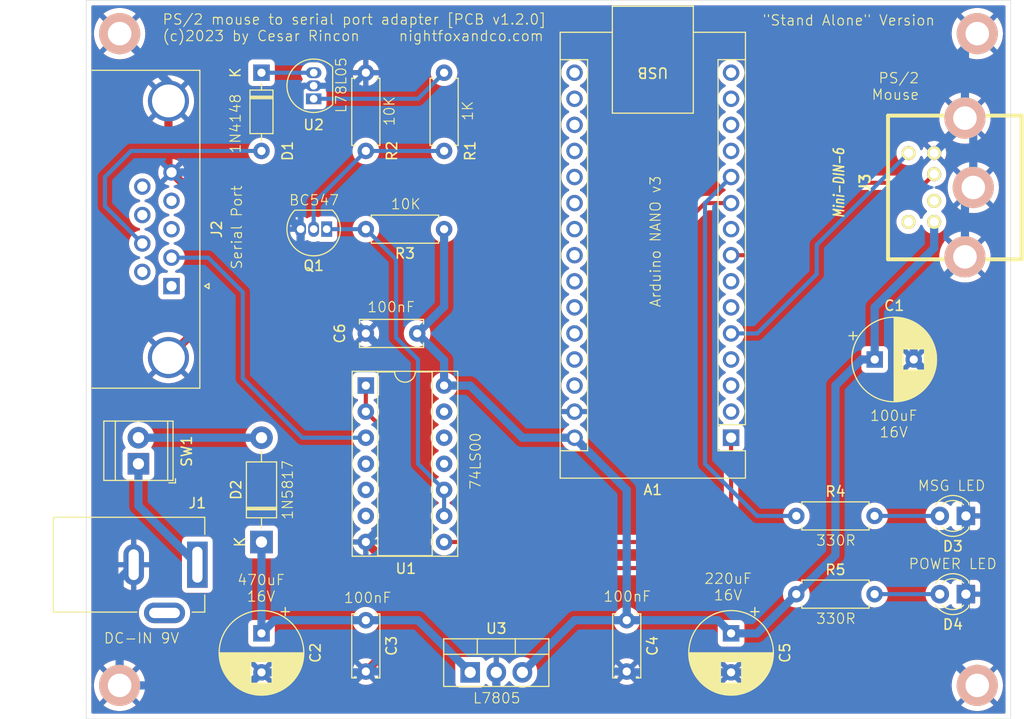
<source format=kicad_pcb>
(kicad_pcb (version 20221018) (generator pcbnew)
  (layers (0 "F.Cu" signal) (31 "B.Cu" signal) (34 "B.Paste" user) (35 "F.Paste" user) (36 "B.SilkS" user "B.Silkscreen") (37 "F.SilkS" user "F.Silkscreen") (38 "B.Mask" user) (39 "F.Mask" user) (44 "Edge.Cuts" user))
  (net 0 "")
  (net 1 "Net-(SW1-A)")
  (net 2 "Net-(D1-A)")
  (net 3 "/GND")
  (net 4 "Net-(D2-A)")
  (net 5 "Net-(Q1-C)")
  (net 6 "Net-(Q1-B)")
  (net 7 "Net-(D2-K)")
  (net 8 "Net-(U2-VO)")
  (net 9 "Net-(A1-D8)")
  (net 10 "Net-(D4-A)")
  (net 11 "/+5V")
  (net 12 "Net-(D1-K)")
  (net 13 "Net-(A1-D1{slash}TX)")
  (net 14 "Net-(J2-Pad2)")
  (net 15 "Net-(A1-D7)")
  (net 19 "Net-(A1-D2)")
  (net 22 "Net-(A1-D5)")
  (net 41 "Net-(D3-A)")
  (footprint "Capacitor_THT:CP_Radial_D8.0mm_P3.80mm" (layer "F.Cu") (at 85.64 75.65 -90)
    (fp_text reference "C5" (at 1.9 -5.25 90) (layer "F.SilkS"))
    (fp_text value "220uF")
    (pad "1" thru_hole rect (at 0 0 270) (size 1.6 1.6) (drill 0.8) (layers "*.Cu" "*.Mask") (net 11 "/+5V"))
    (pad "2" thru_hole circle (at 3.8 0 270) (size 1.6 1.6) (drill 0.8) (layers "*.Cu" "*.Mask") (net 3 "/GND"))
  )
  (footprint "" (layer "F.Cu") (at 24.68 15.95)
    (fp_text reference "" (at 0 0) (layer "F.SilkS") (effects (font (size 1.27 1.27))))
    (fp_text value "" (at 0 0) (layer "F.SilkS") (effects (font (size 1.27 1.27))))
    (pad "GND" thru_hole circle (at 1.43 1.27 270) (size 4.0005 4.0005) (drill 2.29108) (layers "*.Cu" "*.SilkS" "*.Mask") (net 3 "/GND"))
  )
  (footprint "" (layer "F.Cu") (at 111.04 81.99)
    (fp_text reference "" (at 0 0) (layer "F.SilkS") (effects (font (size 1.27 1.27))))
    (fp_text value "" (at 0 0) (layer "F.SilkS") (effects (font (size 1.27 1.27))))
    (pad "GND" thru_hole circle (at -1.43 -1.27 270) (size 4.0005 4.0005) (drill 2.29108) (layers "*.Cu" "*.SilkS" "*.Mask") (net 3 "/GND"))
  )
  (footprint "Diode_THT:D_DO-41_SOD81_P10.16mm_Horizontal" (layer "F.Cu") (at 39.92 66.75 90)
    (fp_text reference "D2" (at 5.08 -2.47 90) (layer "F.SilkS"))
    (fp_text value "1N5817")
    (fp_text user "K" (at 0 -2.1 90) (layer "F.SilkS"))
    (pad "1" thru_hole rect (at 0 0 90) (size 2.2 2.2) (drill 1.1) (layers "*.Cu" "*.Mask") (net 7 "Net-(D2-K)"))
    (pad "2" thru_hole oval (at 10.16 0 90) (size 2.2 2.2) (drill 1.1) (layers "*.Cu" "*.Mask") (net 4 "Net-(D2-A)"))
  )
  (footprint "LED_THT:LED_D3.0mm" (layer "F.Cu") (at 108.5 71.83 180)
    (fp_text reference "D4" (at 1.27 -2.96) (layer "F.SilkS"))
    (fp_text value "3mm RED")
    (pad "1" thru_hole rect (at 0 0 180) (size 1.8 1.8) (drill 0.9) (layers "*.Cu" "*.Mask") (net 3 "/GND"))
    (pad "2" thru_hole circle (at 2.54 0 180) (size 1.8 1.8) (drill 0.9) (layers "*.Cu" "*.Mask") (net 10 "Net-(D4-A)"))
  )
  (footprint "Package_DIP:DIP-14_W7.62mm_Socket" (layer "F.Cu") (at 50.08 51.51)
    (fp_text reference "U1" (at 3.895 17.832) (layer "F.SilkS"))
    (fp_text value "74LS00")
    (pad "1" thru_hole rect (at 0 0) (size 1.6 1.6) (drill 0.8) (layers "*.Cu" "*.Mask") (net 13 "Net-(A1-D1{slash}TX)"))
    (pad "2" thru_hole oval (at 0 2.54) (size 1.6 1.6) (drill 0.8) (layers "*.Cu" "*.Mask") (net 13 "Net-(A1-D1{slash}TX)"))
    (pad "3" thru_hole oval (at 0 5.08) (size 1.6 1.6) (drill 0.8) (layers "*.Cu" "*.Mask") (net 14 "Net-(J2-Pad2)"))
    (pad "4" thru_hole oval (at 0 7.62) (size 1.6 1.6) (drill 0.8) (layers "*.Cu" "*.Mask"))
    (pad "5" thru_hole oval (at 0 10.16) (size 1.6 1.6) (drill 0.8) (layers "*.Cu" "*.Mask"))
    (pad "6" thru_hole oval (at 0 12.7) (size 1.6 1.6) (drill 0.8) (layers "*.Cu" "*.Mask"))
    (pad "7" thru_hole oval (at 0 15.24) (size 1.6 1.6) (drill 0.8) (layers "*.Cu" "*.Mask") (net 3 "/GND"))
    (pad "8" thru_hole oval (at 7.62 15.24) (size 1.6 1.6) (drill 0.8) (layers "*.Cu" "*.Mask") (net 15 "Net-(A1-D7)"))
    (pad "9" thru_hole oval (at 7.62 12.7) (size 1.6 1.6) (drill 0.8) (layers "*.Cu" "*.Mask") (net 5 "Net-(Q1-C)"))
    (pad "10" thru_hole oval (at 7.62 10.16) (size 1.6 1.6) (drill 0.8) (layers "*.Cu" "*.Mask") (net 5 "Net-(Q1-C)"))
    (pad "11" thru_hole oval (at 7.62 7.62) (size 1.6 1.6) (drill 0.8) (layers "*.Cu" "*.Mask"))
    (pad "12" thru_hole oval (at 7.62 5.08) (size 1.6 1.6) (drill 0.8) (layers "*.Cu" "*.Mask"))
    (pad "13" thru_hole oval (at 7.62 2.54) (size 1.6 1.6) (drill 0.8) (layers "*.Cu" "*.Mask"))
    (pad "14" thru_hole oval (at 7.62 0) (size 1.6 1.6) (drill 0.8) (layers "*.Cu" "*.Mask") (net 11 "/+5V"))
  )
  (footprint "Diode_THT:D_DO-35_SOD27_P7.62mm_Horizontal" (layer "F.Cu") (at 39.92 21.03 -90)
    (fp_text reference "D1" (at 7.62 -2.54 90) (layer "F.SilkS"))
    (fp_text value "1N4148")
    (fp_text user "K" (at 0 2.54 90) (layer "F.SilkS"))
    (pad "1" thru_hole rect (at 0 0 270) (size 1.6 1.6) (drill 0.8) (layers "*.Cu" "*.Mask") (net 12 "Net-(D1-K)"))
    (pad "2" thru_hole oval (at 7.62 0 270) (size 1.6 1.6) (drill 0.8) (layers "*.Cu" "*.Mask") (net 2 "Net-(D1-A)"))
  )
  (footprint "Resistor_THT:R_Axial_DIN0207_L6.3mm_D2.5mm_P7.62mm_Horizontal" (layer "F.Cu") (at 57.7 28.65 90)
    (fp_text reference "R1" (at 0 2.54 90) (layer "F.SilkS"))
    (fp_text value "1K")
    (pad "1" thru_hole circle (at 0 0 90) (size 1.6 1.6) (drill 0.8) (layers "*.Cu" "*.Mask") (net 6 "Net-(Q1-B)"))
    (pad "2" thru_hole oval (at 7.62 0 90) (size 1.6 1.6) (drill 0.8) (layers "*.Cu" "*.Mask") (net 8 "Net-(U2-VO)"))
  )
  (footprint "Capacitor_THT:C_Disc_D6.0mm_W2.5mm_P5.00mm" (layer "F.Cu") (at 50.08 74.37 -90)
    (fp_text reference "C3" (at 2.5 -2.5 90) (layer "F.SilkS"))
    (fp_text value "100nF")
    (pad "1" thru_hole circle (at 0 0 270) (size 1.6 1.6) (drill 0.8) (layers "*.Cu" "*.Mask") (net 7 "Net-(D2-K)"))
    (pad "2" thru_hole circle (at 5 0 270) (size 1.6 1.6) (drill 0.8) (layers "*.Cu" "*.Mask") (net 3 "/GND"))
  )
  (footprint "Resistor_THT:R_Axial_DIN0207_L6.3mm_D2.5mm_P7.62mm_Horizontal" (layer "F.Cu") (at 50.08 28.65 90)
    (fp_text reference "R2" (at 0 2.54 90) (layer "F.SilkS"))
    (fp_text value "10K")
    (pad "1" thru_hole circle (at 0 0 90) (size 1.6 1.6) (drill 0.8) (layers "*.Cu" "*.Mask") (net 6 "Net-(Q1-B)"))
    (pad "2" thru_hole oval (at 7.62 0 90) (size 1.6 1.6) (drill 0.8) (layers "*.Cu" "*.Mask") (net 3 "/GND"))
  )
  (footprint "LED_THT:LED_D3.0mm" (layer "F.Cu") (at 108.5 64.21 180)
    (fp_text reference "D3" (at 1.27 -2.96) (layer "F.SilkS"))
    (fp_text value "3mm YELLOW")
    (pad "1" thru_hole rect (at 0 0 180) (size 1.8 1.8) (drill 0.9) (layers "*.Cu" "*.Mask") (net 3 "/GND"))
    (pad "2" thru_hole circle (at 2.54 0 180) (size 1.8 1.8) (drill 0.9) (layers "*.Cu" "*.Mask") (net 41 "Net-(D3-A)"))
  )
  (footprint "Package_TO_SOT_THT:TO-92_Inline" (layer "F.Cu") (at 45 23.57 90)
    (fp_text reference "U2" (at -2.54 0) (layer "F.SilkS"))
    (fp_text value "L78L05")
    (pad "1" thru_hole rect (at 0 0 90) (size 1.05 1.5) (drill 0.75) (layers "*.Cu" "*.Mask") (net 8 "Net-(U2-VO)"))
    (pad "2" thru_hole oval (at 1.27 0 90) (size 1.05 1.5) (drill 0.75) (layers "*.Cu" "*.Mask") (net 3 "/GND"))
    (pad "3" thru_hole oval (at 2.54 0 90) (size 1.05 1.5) (drill 0.75) (layers "*.Cu" "*.Mask") (net 12 "Net-(D1-K)"))
  )
  (footprint "" (layer "F.Cu") (at 24.68 81.99)
    (fp_text reference "" (at 0 0) (layer "F.SilkS") (effects (font (size 1.27 1.27))))
    (fp_text value "" (at 0 0) (layer "F.SilkS") (effects (font (size 1.27 1.27))))
    (pad "GND" thru_hole circle (at 1.43 -1.27 270) (size 4.0005 4.0005) (drill 2.29108) (layers "*.Cu" "*.SilkS" "*.Mask") (net 3 "/GND"))
  )
  (footprint "Resistor_THT:R_Axial_DIN0207_L6.3mm_D2.5mm_P7.62mm_Horizontal" (layer "F.Cu") (at 57.7 36.27 180)
    (fp_text reference "R3" (at 3.81 -2.37) (layer "F.SilkS"))
    (fp_text value "10K")
    (pad "1" thru_hole circle (at 0 0 180) (size 1.6 1.6) (drill 0.8) (layers "*.Cu" "*.Mask") (net 11 "/+5V"))
    (pad "2" thru_hole oval (at 7.62 0 180) (size 1.6 1.6) (drill 0.8) (layers "*.Cu" "*.Mask") (net 5 "Net-(Q1-C)"))
  )
  (footprint "Resistor_THT:R_Axial_DIN0207_L6.3mm_D2.5mm_P7.62mm_Horizontal" (layer "F.Cu") (at 91.99 64.21)
    (fp_text reference "R4" (at 3.81 -2.37) (layer "F.SilkS"))
    (fp_text value "330R")
    (pad "1" thru_hole circle (at 0 0) (size 1.6 1.6) (drill 0.8) (layers "*.Cu" "*.Mask") (net 9 "Net-(A1-D8)"))
    (pad "2" thru_hole oval (at 7.62 0) (size 1.6 1.6) (drill 0.8) (layers "*.Cu" "*.Mask") (net 41 "Net-(D3-A)"))
  )
  (footprint "" (layer "F.Cu") (at 111.04 15.95)
    (fp_text reference "" (at 0 0) (layer "F.SilkS") (effects (font (size 1.27 1.27))))
    (fp_text value "" (at 0 0) (layer "F.SilkS") (effects (font (size 1.27 1.27))))
    (pad "GND" thru_hole circle (at -1.43 1.27 270) (size 4.0005 4.0005) (drill 2.29108) (layers "*.Cu" "*.SilkS" "*.Mask") (net 3 "/GND"))
  )
  (footprint "Capacitor_THT:C_Disc_D6.0mm_W2.5mm_P5.00mm" (layer "F.Cu") (at 75.48 74.37 -90)
    (fp_text reference "C4" (at 2.5 -2.5 90) (layer "F.SilkS"))
    (fp_text value "100nF")
    (pad "1" thru_hole circle (at 0 0 270) (size 1.6 1.6) (drill 0.8) (layers "*.Cu" "*.Mask") (net 11 "/+5V"))
    (pad "2" thru_hole circle (at 5 0 270) (size 1.6 1.6) (drill 0.8) (layers "*.Cu" "*.Mask") (net 3 "/GND"))
  )
  (footprint "Connector_Dsub:DSUB-9_Female_Horizontal_P2.77x2.84mm_EdgePinOffset4.94mm_Housed_MountingHolesOffset7.48mm" (layer "F.Cu") (at 31.161 41.82 -90)
    (fp_text reference "J2" (at -5.54 -4.399 90) (layer "F.SilkS"))
    (fp_text value "DB9 Female")
    (pad "0" thru_hole circle (at -18.04 0.3 270) (size 4 4) (drill 3.2) (layers "*.Cu" "*.Mask") (net 3 "/GND"))
    (pad "0" thru_hole circle (at 6.96 0.3 270) (size 4 4) (drill 3.2) (layers "*.Cu" "*.Mask") (net 3 "/GND"))
    (pad "1" thru_hole rect (at 0 0 270) (size 1.6 1.6) (drill 1) (layers "*.Cu" "*.Mask"))
    (pad "2" thru_hole circle (at -2.77 0 270) (size 1.6 1.6) (drill 1) (layers "*.Cu" "*.Mask") (net 14 "Net-(J2-Pad2)"))
    (pad "3" thru_hole circle (at -5.54 0 270) (size 1.6 1.6) (drill 1) (layers "*.Cu" "*.Mask"))
    (pad "4" thru_hole circle (at -8.31 0 270) (size 1.6 1.6) (drill 1) (layers "*.Cu" "*.Mask"))
    (pad "5" thru_hole circle (at -11.08 0 270) (size 1.6 1.6) (drill 1) (layers "*.Cu" "*.Mask") (net 3 "/GND"))
    (pad "6" thru_hole circle (at -1.385 2.84 270) (size 1.6 1.6) (drill 1) (layers "*.Cu" "*.Mask"))
    (pad "7" thru_hole circle (at -4.155 2.84 270) (size 1.6 1.6) (drill 1) (layers "*.Cu" "*.Mask") (net 2 "Net-(D1-A)"))
    (pad "8" thru_hole circle (at -6.925 2.84 270) (size 1.6 1.6) (drill 1) (layers "*.Cu" "*.Mask"))
    (pad "9" thru_hole circle (at -9.695 2.84 270) (size 1.6 1.6) (drill 1) (layers "*.Cu" "*.Mask"))
  )
  (footprint "Package_TO_SOT_THT:TO-92_Inline" (layer "F.Cu") (at 46.27 36.27 180)
    (fp_text reference "Q1" (at 1.27 -3.56) (layer "F.SilkS"))
    (fp_text value "BC547")
    (pad "1" thru_hole rect (at 0 0 180) (size 1.05 1.5) (drill 0.75) (layers "*.Cu" "*.Mask") (net 5 "Net-(Q1-C)"))
    (pad "2" thru_hole oval (at 1.27 0 180) (size 1.05 1.5) (drill 0.75) (layers "*.Cu" "*.Mask") (net 6 "Net-(Q1-B)"))
    (pad "3" thru_hole oval (at 2.54 0 180) (size 1.05 1.5) (drill 0.75) (layers "*.Cu" "*.Mask") (net 3 "/GND"))
  )
  (footprint "Module:Arduino_Nano" (layer "F.Cu") (at 85.64 56.59 180)
    (fp_text reference "A1" (at 7.62 -5.08) (layer "F.SilkS"))
    (fp_text value "Arduino NANO v3")
    (fp_text user "USB" (at 7.62 35.56 180 unlocked) (layer "F.SilkS"))
    (pad "1" thru_hole rect (at 0 0 180) (size 1.6 1.6) (drill 1) (layers "*.Cu" "*.Mask") (net 13 "Net-(A1-D1{slash}TX)"))
    (pad "2" thru_hole oval (at 0 2.54 180) (size 1.6 1.6) (drill 1) (layers "*.Cu" "*.Mask"))
    (pad "3" thru_hole oval (at 0 5.08 180) (size 1.6 1.6) (drill 1) (layers "*.Cu" "*.Mask"))
    (pad "4" thru_hole oval (at 0 7.62 180) (size 1.6 1.6) (drill 1) (layers "*.Cu" "*.Mask"))
    (pad "5" thru_hole oval (at 0 10.16 180) (size 1.6 1.6) (drill 1) (layers "*.Cu" "*.Mask") (net 19 "Net-(A1-D2)"))
    (pad "6" thru_hole oval (at 0 12.7 180) (size 1.6 1.6) (drill 1) (layers "*.Cu" "*.Mask"))
    (pad "7" thru_hole oval (at 0 15.24 180) (size 1.6 1.6) (drill 1) (layers "*.Cu" "*.Mask"))
    (pad "8" thru_hole oval (at 0 17.78 180) (size 1.6 1.6) (drill 1) (layers "*.Cu" "*.Mask") (net 22 "Net-(A1-D5)"))
    (pad "9" thru_hole oval (at 0 20.32 180) (size 1.6 1.6) (drill 1) (layers "*.Cu" "*.Mask"))
    (pad "10" thru_hole oval (at 0 22.86 180) (size 1.6 1.6) (drill 1) (layers "*.Cu" "*.Mask") (net 15 "Net-(A1-D7)"))
    (pad "11" thru_hole oval (at 0 25.4 180) (size 1.6 1.6) (drill 1) (layers "*.Cu" "*.Mask") (net 9 "Net-(A1-D8)"))
    (pad "12" thru_hole oval (at 0 27.94 180) (size 1.6 1.6) (drill 1) (layers "*.Cu" "*.Mask"))
    (pad "13" thru_hole oval (at 0 30.48 180) (size 1.6 1.6) (drill 1) (layers "*.Cu" "*.Mask"))
    (pad "14" thru_hole oval (at 0 33.02 180) (size 1.6 1.6) (drill 1) (layers "*.Cu" "*.Mask"))
    (pad "15" thru_hole oval (at 0 35.56 180) (size 1.6 1.6) (drill 1) (layers "*.Cu" "*.Mask"))
    (pad "16" thru_hole oval (at 15.24 35.56 180) (size 1.6 1.6) (drill 1) (layers "*.Cu" "*.Mask"))
    (pad "17" thru_hole oval (at 15.24 33.02 180) (size 1.6 1.6) (drill 1) (layers "*.Cu" "*.Mask"))
    (pad "18" thru_hole oval (at 15.24 30.48 180) (size 1.6 1.6) (drill 1) (layers "*.Cu" "*.Mask"))
    (pad "19" thru_hole oval (at 15.24 27.94 180) (size 1.6 1.6) (drill 1) (layers "*.Cu" "*.Mask"))
    (pad "20" thru_hole oval (at 15.24 25.4 180) (size 1.6 1.6) (drill 1) (layers "*.Cu" "*.Mask"))
    (pad "21" thru_hole oval (at 15.24 22.86 180) (size 1.6 1.6) (drill 1) (layers "*.Cu" "*.Mask"))
    (pad "22" thru_hole oval (at 15.24 20.32 180) (size 1.6 1.6) (drill 1) (layers "*.Cu" "*.Mask"))
    (pad "23" thru_hole oval (at 15.24 17.78 180) (size 1.6 1.6) (drill 1) (layers "*.Cu" "*.Mask"))
    (pad "24" thru_hole oval (at 15.24 15.24 180) (size 1.6 1.6) (drill 1) (layers "*.Cu" "*.Mask"))
    (pad "25" thru_hole oval (at 15.24 12.7 180) (size 1.6 1.6) (drill 1) (layers "*.Cu" "*.Mask"))
    (pad "26" thru_hole oval (at 15.24 10.16 180) (size 1.6 1.6) (drill 1) (layers "*.Cu" "*.Mask"))
    (pad "27" thru_hole oval (at 15.24 7.62 180) (size 1.6 1.6) (drill 1) (layers "*.Cu" "*.Mask"))
    (pad "28" thru_hole oval (at 15.24 5.08 180) (size 1.6 1.6) (drill 1) (layers "*.Cu" "*.Mask"))
    (pad "29" thru_hole oval (at 15.24 2.54 180) (size 1.6 1.6) (drill 1) (layers "*.Cu" "*.Mask") (net 3 "/GND"))
    (pad "30" thru_hole oval (at 15.24 0 180) (size 1.6 1.6) (drill 1) (layers "*.Cu" "*.Mask") (net 11 "/+5V"))
  )
  (footprint "Resistor_THT:R_Axial_DIN0207_L6.3mm_D2.5mm_P7.62mm_Horizontal" (layer "F.Cu") (at 91.99 71.83)
    (fp_text reference "R5" (at 3.81 -2.37) (layer "F.SilkS"))
    (fp_text value "330R")
    (pad "1" thru_hole circle (at 0 0) (size 1.6 1.6) (drill 0.8) (layers "*.Cu" "*.Mask") (net 11 "/+5V"))
    (pad "2" thru_hole oval (at 7.62 0) (size 1.6 1.6) (drill 0.8) (layers "*.Cu" "*.Mask") (net 10 "Net-(D4-A)"))
  )
  (footprint "Package_TO_SOT_THT:TO-220-3_Vertical" (layer "F.Cu") (at 60.24 79.45)
    (fp_text reference "U3" (at 2.54 -4.27) (layer "F.SilkS"))
    (fp_text value "L7805")
    (pad "1" thru_hole rect (at 0 0) (size 1.905 2) (drill 1.1) (layers "*.Cu" "*.Mask") (net 7 "Net-(D2-K)"))
    (pad "2" thru_hole oval (at 2.54 0) (size 1.905 2) (drill 1.1) (layers "*.Cu" "*.Mask") (net 3 "/GND"))
    (pad "3" thru_hole oval (at 5.08 0) (size 1.905 2) (drill 1.1) (layers "*.Cu" "*.Mask") (net 11 "/+5V"))
  )
  (footprint "CustomFootPrints:Conn_Mini_DIN_6pin" (layer "F.Cu") (at 113.919 32.20974 -90)
    (fp_text reference "J3" (at -0.45974 15.24 90) (layer "F.SilkS") (effects (font (size 1.016 1.016) (thickness 0.2032))))
    (fp_text value "Mini-DIN-6" (at -0.45974 17.78 90) (layer "F.SilkS") (effects (font (size 1.016 0.762) (thickness 0.1524) italic)))
    (pad "1" thru_hole circle (at -1.30048 8.509 90) (size 1.3716 1.3716) (drill 0.889) (layers "*.Cu" "*.Mask" "F.SilkS") (net 22 "Net-(A1-D5)"))
    (pad "2" thru_hole circle (at 1.30048 8.509 90) (size 1.3716 1.3716) (drill 0.889) (layers "*.Cu" "*.Mask" "F.SilkS"))
    (pad "3" thru_hole circle (at -3.35026 8.509 90) (size 1.3716 1.3716) (drill 0.889) (layers "*.Cu" "*.Mask" "F.SilkS") (net 3 "/GND"))
    (pad "4" thru_hole circle (at 3.35026 8.509 90) (size 1.3716 1.3716) (drill 0.889) (layers "*.Cu" "*.Mask" "F.SilkS") (net 11 "/+5V"))
    (pad "5" thru_hole circle (at -3.35026 11.00074 90) (size 1.3716 1.3716) (drill 0.889) (layers "*.Cu" "*.Mask" "F.SilkS") (net 19 "Net-(A1-D2)"))
    (pad "6" thru_hole circle (at 3.35026 11.00074 90) (size 1.3716 1.3716) (drill 0.889) (layers "*.Cu" "*.Mask" "F.SilkS"))
    (pad "GND" thru_hole circle (at -6.75894 5.50926 90) (size 4.0005 4.0005) (drill 2.29108) (layers "*.Cu" "*.SilkS" "*.Mask") (net 3 "/GND"))
    (pad "GND" thru_hole circle (at 0 4.699 90) (size 4.0005 4.0005) (drill 2.29108) (layers "*.Cu" "*.SilkS" "*.Mask") (net 3 "/GND"))
    (pad "GND" thru_hole circle (at 6.75894 5.50926 90) (size 4.0005 4.0005) (drill 2.29108) (layers "*.Cu" "*.SilkS" "*.Mask") (net 3 "/GND"))
  )
  (footprint "Connector_BarrelJack:BarrelJack_Kycon_KLDX-0202-xC_Horizontal" (layer "F.Cu") (at 33.68 68.96)
    (fp_text reference "J1" (at 0 -6 unlocked) (layer "F.SilkS"))
    (fp_text value "2.1 Barrel Jack")
    (pad "1" thru_hole rect (at 0 0) (size 2 4.5) (drill oval 1 3.5) (layers "*.Cu" "*.Mask") (net 1 "Net-(SW1-A)"))
    (pad "2" thru_hole oval (at -6.2 0) (size 2 4) (drill oval 1 3) (layers "*.Cu" "*.Mask") (net 3 "/GND"))
    (pad "3" thru_hole oval (at -3.2 4.7 90) (size 2 4) (drill oval 1 3) (layers "*.Cu" "*.Mask"))
  )
  (footprint "Capacitor_THT:CP_Radial_D8.0mm_P3.80mm" (layer "F.Cu") (at 39.92 75.65 -90)
    (fp_text reference "C2" (at 1.9 -5.25 90) (layer "F.SilkS"))
    (fp_text value "470uF")
    (pad "1" thru_hole rect (at 0 0 270) (size 1.6 1.6) (drill 0.8) (layers "*.Cu" "*.Mask") (net 7 "Net-(D2-K)"))
    (pad "2" thru_hole circle (at 3.8 0 270) (size 1.6 1.6) (drill 0.8) (layers "*.Cu" "*.Mask") (net 3 "/GND"))
  )
  (footprint "Capacitor_THT:CP_Radial_D8.0mm_P3.80mm" (layer "F.Cu") (at 99.62 48.97)
    (fp_text reference "C1" (at 1.9 -5.25) (layer "F.SilkS"))
    (fp_text value "100uF")
    (pad "1" thru_hole rect (at 0 0) (size 1.6 1.6) (drill 0.8) (layers "*.Cu" "*.Mask") (net 11 "/+5V"))
    (pad "2" thru_hole circle (at 3.8 0) (size 1.6 1.6) (drill 0.8) (layers "*.Cu" "*.Mask") (net 3 "/GND"))
  )
  (footprint "TerminalBlock_TE-Connectivity:TerminalBlock_TE_282834-2_1x02_P2.54mm_Horizontal" (layer "F.Cu") (at 27.94 59.13 90)
    (fp_text reference "SW1" (at 1.218 4.699 90) (layer "F.SilkS"))
    (fp_text value "1C2P")
    (pad "1" thru_hole rect (at 0 0 90) (size 2.1 2.1) (drill 1.1) (layers "*.Cu" "*.Mask") (net 1 "Net-(SW1-A)"))
    (pad "2" thru_hole circle (at 2.54 0 90) (size 2.1 2.1) (drill 1.1) (layers "*.Cu" "*.Mask") (net 4 "Net-(D2-A)"))
  )
  (footprint "Capacitor_THT:C_Disc_D6.0mm_W2.5mm_P5.00mm" (layer "F.Cu") (at 55.08 46.43 180)
    (fp_text reference "C6" (at 7.54 0 90) (layer "F.SilkS"))
    (fp_text value "100nF")
    (pad "1" thru_hole circle (at 0 0 180) (size 1.6 1.6) (drill 0.8) (layers "*.Cu" "*.Mask") (net 11 "/+5V"))
    (pad "2" thru_hole circle (at 5 0 180) (size 1.6 1.6) (drill 0.8) (layers "*.Cu" "*.Mask") (net 3 "/GND"))
  )
  (gr_rect (start 22.86 13.97) (end 112.86 83.97) (stroke (width 0.05)) (fill none) (layer "Edge.Cuts"))
  (gr_text "Arduino NANO v3" (at 78.867 43.942 90) (layer "F.SilkS") (effects (font (size 1 1) (thickness 0.1)) (justify left bottom)))
  (gr_text "470uF\n16V" (at 39.878 72.644) (layer "F.SilkS") (effects (font (size 1 1) (thickness 0.1)) (justify bottom)))
  (gr_text "100nF" (at 47.879 72.771) (layer "F.SilkS") (effects (font (size 1 1) (thickness 0.1)) (justify left bottom)))
  (gr_text "100nF" (at 50.165 44.45) (layer "F.SilkS") (effects (font (size 1 1) (thickness 0.1)) (justify left bottom)))
  (gr_text "L7805" (at 60.452 82.55) (layer "F.SilkS") (effects (font (size 1 1) (thickness 0.1)) (justify left bottom)))
  (gr_text "74LS00" (at 61.341 61.722 90) (layer "F.SilkS") (effects (font (size 1 1) (thickness 0.1)) (justify left bottom)))
  (gr_text "POWER LED" (at 102.87 69.469) (layer "F.SilkS") (effects (font (size 1 1) (thickness 0.1)) (justify left bottom)))
  (gr_text "MSG LED" (at 103.759 61.849) (layer "F.SilkS") (effects (font (size 1 1) (thickness 0.1)) (justify left bottom)))
  (gr_text "L78L05" (at 48.26 25.019 90) (layer "F.SilkS") (effects (font (size 1 1) (thickness 0.1)) (justify left bottom)))
  (gr_text "1N5817" (at 43.053 64.643 90) (layer "F.SilkS") (effects (font (size 1 1) (thickness 0.1)) (justify left bottom)))
  (gr_text "DC-IN 9V" (at 24.511 76.708) (layer "F.SilkS") (effects (font (size 1 1) (thickness 0.1)) (justify left bottom)))
  (gr_text "100uF\n16V" (at 101.473 56.642) (layer "F.SilkS") (effects (font (size 1 1) (thickness 0.1)) (justify bottom)))
  (gr_text "PS/2\nMouse" (at 104.013 23.749) (layer "F.SilkS") (effects (font (size 1 1) (thickness 0.1)) (justify right bottom)))
  (gr_text "330R" (at 93.853 67.183) (layer "F.SilkS") (effects (font (size 1 1) (thickness 0.1)) (justify left bottom)))
  (gr_text "PS/2 mouse to serial port adapter [PCB v1.2.0]\n(c)2023 by Cesar Rincon     nightfoxandco.com" (at 30.226 18.034) (layer "F.SilkS") (effects (font (size 1 1) (thickness 0.1)) (justify left bottom)))
  (gr_text "1K" (at 60.579 25.781 90) (layer "F.SilkS") (effects (font (size 1 1) (thickness 0.1)) (justify left bottom)))
  (gr_text "220uF\n16V" (at 85.344 72.517) (layer "F.SilkS") (effects (font (size 1 1) (thickness 0.1)) (justify bottom)))
  (gr_text "1N4148" (at 37.973 28.956 90) (layer "F.SilkS") (effects (font (size 1 1) (thickness 0.1)) (justify left bottom)))
  (gr_text "10K" (at 52.451 34.417) (layer "F.SilkS") (effects (font (size 1 1) (thickness 0.1)) (justify left bottom)))
  (gr_text "Serial Port" (at 38.1 40.259 90) (layer "F.SilkS") (effects (font (size 1 1) (thickness 0.1)) (justify left bottom)))
  (gr_text "330R" (at 93.853 74.803) (layer "F.SilkS") (effects (font (size 1 1) (thickness 0.1)) (justify left bottom)))
  (gr_text "100nF" (at 73.152 72.644) (layer "F.SilkS") (effects (font (size 1 1) (thickness 0.1)) (justify left bottom)))
  (gr_text "BC547" (at 42.545 34.036) (layer "F.SilkS") (effects (font (size 1 1) (thickness 0.1)) (justify left bottom)))
  (gr_text "10K" (at 52.959 26.289 90) (layer "F.SilkS") (effects (font (size 1 1) (thickness 0.1)) (justify left bottom)))
  (gr_text "{dblquote}Stand Alone{dblquote} Version" (at 88.646 16.51) (layer "F.SilkS") (effects (font (size 1 1) (thickness 0.1)) (justify left bottom)))
  (segment (start 27.94 63.22) (end 33.68 68.96) (width 0.8) (layer "B.Cu") (net 1))
  (segment (start 27.94 59.13) (end 27.94 63.22) (width 0.8) (layer "B.Cu") (net 1))
  (segment (start 39.92 28.65) (end 27.22 28.65) (width 0.4) (layer "B.Cu") (net 2))
  (segment (start 27.22 28.65) (end 24.68 31.19) (width 0.4) (layer "B.Cu") (net 2))
  (segment (start 24.68 34.024) (end 28.321 37.665) (width 0.4) (layer "B.Cu") (net 2))
  (segment (start 24.68 31.19) (end 24.68 34.024) (width 0.4) (layer "B.Cu") (net 2))
  (segment (start 30.861 23.78) (end 30.861 30.44) (width 0.8) (layer "F.Cu") (net 3))
  (segment (start 60.24 48.97) (end 52.62 48.97) (width 0.4) (layer "F.Cu") (net 3))
  (segment (start 52.62 69.29) (end 50.08 66.75) (width 0.8) (layer "F.Cu") (net 3))
  (segment (start 70.4 54.05) (end 65.32 54.05) (width 0.4) (layer "F.Cu") (net 3))
  (segment (start 65.32 54.05) (end 60.24 48.97) (width 0.4) (layer "F.Cu") (net 3))
  (segment (start 33.401 32.98) (end 31.161 30.74) (width 0.8) (layer "F.Cu") (net 3))
  (segment (start 52.54 76.91) (end 52.62 76.91) (width 0.4) (layer "F.Cu") (net 3))
  (segment (start 33.401 46.24) (end 33.401 32.98) (width 0.8) (layer "F.Cu") (net 3))
  (segment (start 52.62 76.91) (end 52.62 69.29) (width 0.8) (layer "F.Cu") (net 3))
  (segment (start 50.08 79.37) (end 52.54 76.91) (width 0.8) (layer "F.Cu") (net 3))
  (segment (start 33.401 46.24) (end 30.861 48.78) (width 0.8) (layer "F.Cu") (net 3))
  (segment (start 52.62 48.97) (end 50.08 46.43) (width 0.4) (layer "F.Cu") (net 3))
  (segment (start 67.86 81.99) (end 70.48 79.37) (width 0.8) (layer "B.Cu") (net 3))
  (segment (start 62.78 81.99) (end 62.78 79.45) (width 0.8) (layer "B.Cu") (net 3))
  (segment (start 108.40974 18.42026) (end 109.61 17.22) (width 0.8) (layer "B.Cu") (net 3))
  (segment (start 50.08 46.43) (end 52.62 48.97) (width 0.8) (layer "B.Cu") (net 3))
  (segment (start 108.40974 25.4508) (end 108.40974 18.42026) (width 0.8) (layer "B.Cu") (net 3))
  (segment (start 85.64 79.45) (end 75.56 79.45) (width 0.8) (layer "B.Cu") (net 3))
  (segment (start 57.7 81.99) (end 62.78 81.99) (width 0.8) (layer "B.Cu") (net 3))
  (segment (start 43.73 22.62) (end 44.05 22.3) (width 0.6) (layer "B.Cu") (net 3))
  (segment (start 43.73 36.27) (end 43.73 40.08) (width 0.8) (layer "B.Cu") (net 3))
  (segment (start 107.2465 78.3565) (end 107.2465 78.1635) (width 0.2) (layer "B.Cu") (net 3))
  (segment (start 108.5 54.05) (end 103.42 48.97) (width 0.8) (layer "B.Cu") (net 3))
  (segment (start 108.40974 25.85974) (end 105.41 28.85948) (width 0.8) (layer "B.Cu") (net 3))
  (segment (start 109.22 32.20974) (end 109.22 26.26106) (width 0.8) (layer "B.Cu") (net 3))
  (segment (start 85.64 79.45) (end 105.96 79.45) (width 0.8) (layer "B.Cu") (net 3))
  (segment (start 107.2465 78.1635) (end 108.5 76.91) (width 0.8) (layer "B.Cu") (net 3))
  (segment (start 55.08 79.37) (end 57.7 81.99) (width 0.8) (layer "B.Cu") (net 3))
  (segment (start 26.11 17.22) (end 30.861 21.971) (width 0.8) (layer "B.Cu") (net 3))
  (segment (start 26.11 70.33) (end 27.48 68.96) (width 0.8) (layer "B.Cu") (net 3))
  (segment (start 38.2 30.74) (end 43.73 36.27) (width 0.8) (layer "B.Cu") (net 3))
  (segment (start 108.5 64.21) (end 108.5 71.83) (width 0.8) (layer "B.Cu") (net 3))
  (segment (start 48.81 22.3) (end 45 22.3) (width 0.6) (layer "B.Cu") (net 3))
  (segment (start 50.08 79.37) (end 55.08 79.37) (width 0.8) (layer "B.Cu") (net 3))
  (segment (start 109.61 80.72) (end 107.2465 78.3565) (width 0.8) (layer "B.Cu") (net 3))
  (segment (start 52.62 64.21) (end 50.08 66.75) (width 0.8) (layer "B.Cu") (net 3))
  (segment (start 103.42 48.97) (end 103.42 43.95842) (width 0.8) (layer "B.Cu") (net 3))
  (segment (start 50.08 21.03) (end 48.81 22.3) (width 0.6) (layer "B.Cu") (net 3))
  (segment (start 38.2 30.74) (end 31.161 30.74) (width 0.8) (layer "B.Cu") (net 3))
  (segment (start 103.42 43.95842) (end 108.40974 38.96868) (width 0.8) (layer "B.Cu") (net 3))
  (segment (start 26.11 80.72) (end 26.11 70.33) (width 0.8) (layer "B.Cu") (net 3))
  (segment (start 39.92 79.45) (end 50 79.45) (width 0.8) (layer "B.Cu") (net 3))
  (segment (start 52.62 48.97) (end 52.62 64.21) (width 0.8) (layer "B.Cu") (net 3))
  (segment (start 44.05 22.3) (end 45 22.3) (width 0.6) (layer "B.Cu") (net 3))
  (segment (start 38.65 80.72) (end 39.92 79.45) (width 0.8) (layer "B.Cu") (net 3))
  (segment (start 108.40974 38.96868) (end 108.40974 33.02) (width 0.8) (layer "B.Cu") (net 3))
  (segment (start 108.5 64.21) (end 108.5 54.05) (width 0.8) (layer "B.Cu") (net 3))
  (segment (start 43.73 36.27) (end 43.73 22.62) (width 0.6) (layer "B.Cu") (net 3))
  (segment (start 70.48 79.37) (end 75.48 79.37) (width 0.8) (layer "B.Cu") (net 3))
  (segment (start 105.96 79.45) (end 107.2465 78.1635) (width 0.8) (layer "B.Cu") (net 3))
  (segment (start 62.78 81.99) (end 67.86 81.99) (width 0.8) (layer "B.Cu") (net 3))
  (segment (start 108.5 76.91) (end 108.5 71.83) (width 0.8) (layer "B.Cu") (net 3))
  (segment (start 26.11 80.72) (end 38.65 80.72) (width 0.8) (layer "B.Cu") (net 3))
  (segment (start 43.73 40.08) (end 50.08 46.43) (width 0.8) (layer "B.Cu") (net 3))
  (segment (start 27.94 56.59) (end 39.92 56.59) (width 0.8) (layer "B.Cu") (net 4))
  (segment (start 55.16 48.97) (end 55.16 59.13) (width 0.4) (layer "B.Cu") (net 5))
  (segment (start 53.02 46.83) (end 55.16 48.97) (width 0.4) (layer "B.Cu") (net 5))
  (segment (start 57.7 61.67) (end 57.7 64.21) (width 0.4) (layer "B.Cu") (net 5))
  (segment (start 55.16 59.13) (end 57.7 61.67) (width 0.4) (layer "B.Cu") (net 5))
  (segment (start 50.08 36.27) (end 53.02 39.21) (width 0.4) (layer "B.Cu") (net 5))
  (segment (start 50.08 36.27) (end 46.27 36.27) (width 0.4) (layer "B.Cu") (net 5))
  (segment (start 53.02 39.21) (end 53.02 46.83) (width 0.4) (layer "B.Cu") (net 5))
  (segment (start 57.7 28.65) (end 50.08 28.65) (width 0.4) (layer "B.Cu") (net 6))
  (segment (start 50.08 28.65) (end 45 33.73) (width 0.4) (layer "B.Cu") (net 6))
  (segment (start 45 33.73) (end 45 36.27) (width 0.4) (layer "B.Cu") (net 6))
  (segment (start 50.08 74.37) (end 55.16 74.37) (width 0.8) (layer "B.Cu") (net 7))
  (segment (start 39.92 66.75) (end 39.92 75.65) (width 0.8) (layer "B.Cu") (net 7))
  (segment (start 55.16 74.37) (end 60.24 79.45) (width 0.8) (layer "B.Cu") (net 7))
  (segment (start 41.2 74.37) (end 39.92 75.65) (width 0.8) (layer "B.Cu") (net 7))
  (segment (start 50.08 74.37) (end 41.2 74.37) (width 0.8) (layer "B.Cu") (net 7))
  (segment (start 55.16 23.57) (end 45 23.57) (width 0.4) (layer "B.Cu") (net 8))
  (segment (start 57.7 21.03) (end 55.16 23.57) (width 0.4) (layer "B.Cu") (net 8))
  (segment (start 83.1 33.73) (end 85.64 31.19) (width 0.4) (layer "B.Cu") (net 9))
  (segment (start 91.99 64.21) (end 88.18 64.21) (width 0.4) (layer "B.Cu") (net 9))
  (segment (start 83.1 59.13) (end 83.1 33.73) (width 0.4) (layer "B.Cu") (net 9))
  (segment (start 88.18 64.21) (end 83.1 59.13) (width 0.4) (layer "B.Cu") (net 9))
  (segment (start 99.61 71.83) (end 105.96 71.83) (width 0.4) (layer "B.Cu") (net 10))
  (segment (start 99.62 43.89) (end 105.41 38.1) (width 0.8) (layer "B.Cu") (net 11))
  (segment (start 75.48 74.37) (end 70.4 74.37) (width 0.8) (layer "B.Cu") (net 11))
  (segment (start 84.36 74.37) (end 85.64 75.65) (width 0.8) (layer "B.Cu") (net 11))
  (segment (start 105.41 38.1) (end 105.41 35.56) (width 0.8) (layer "B.Cu") (net 11))
  (segment (start 75.48 74.37) (end 84.36 74.37) (width 0.8) (layer "B.Cu") (net 11))
  (segment (start 75.48 61.67) (end 70.4 56.59) (width 0.8) (layer "B.Cu") (net 11))
  (segment (start 57.7 49.05) (end 55.08 46.43) (width 0.8) (layer "B.Cu") (net 11))
  (segment (start 57.7 51.51) (end 60.24 51.51) (width 0.8) (layer "B.Cu") (net 11))
  (segment (start 65.32 56.59) (end 70.4 56.59) (width 0.8) (layer "B.Cu") (net 11))
  (segment (start 98.34 48.97) (end 95.8 51.51) (width 0.8) (layer "B.Cu") (net 11))
  (segment (start 70.4 74.37) (end 65.32 79.45) (width 0.8) (layer "B.Cu") (net 11))
  (segment (start 95.8 68.02) (end 91.99 71.83) (width 0.8) (layer "B.Cu") (net 11))
  (segment (start 57.7 43.81) (end 55.08 46.43) (width 0.8) (layer "B.Cu") (net 11))
  (segment (start 75.48 74.37) (end 75.48 61.67) (width 0.8) (layer "B.Cu") (net 11))
  (segment (start 88.17 75.65) (end 91.99 71.83) (width 0.8) (layer "B.Cu") (net 11))
  (segment (start 57.7 51.51) (end 57.7 49.05) (width 0.8) (layer "B.Cu") (net 11))
  (segment (start 95.8 51.51) (end 95.8 68.02) (width 0.8) (layer "B.Cu") (net 11))
  (segment (start 60.24 51.51) (end 65.32 56.59) (width 0.8) (layer "B.Cu") (net 11))
  (segment (start 85.64 75.65) (end 88.17 75.65) (width 0.8) (layer "B.Cu") (net 11))
  (segment (start 99.62 48.97) (end 98.34 48.97) (width 0.8) (layer "B.Cu") (net 11))
  (segment (start 99.62 48.97) (end 99.62 43.89) (width 0.8) (layer "B.Cu") (net 11))
  (segment (start 57.7 36.27) (end 57.7 43.81) (width 0.8) (layer "B.Cu") (net 11))
  (segment (start 39.92 21.03) (end 45 21.03) (width 0.4) (layer "B.Cu") (net 12))
  (segment (start 52.62 66.75) (end 52.62 56.59) (width 0.4) (layer "F.Cu") (net 13))
  (segment (start 55.16 69.29) (end 52.62 66.75) (width 0.4) (layer "F.Cu") (net 13))
  (segment (start 50.08 51.51) (end 50.08 54.05) (width 0.4) (layer "F.Cu") (net 13))
  (segment (start 52.62 56.59) (end 50.08 54.05) (width 0.4) (layer "F.Cu") (net 13))
  (segment (start 85.64 56.59) (end 85.64 64.21) (width 0.4) (layer "F.Cu") (net 13))
  (segment (start 85.64 64.21) (end 80.56 69.29) (width 0.4) (layer "F.Cu") (net 13))
  (segment (start 80.56 69.29) (end 55.16 69.29) (width 0.4) (layer "F.Cu") (net 13))
  (segment (start 38.1 50.8) (end 43.89 56.59) (width 0.4) (layer "B.Cu") (net 14))
  (segment (start 38.1 42.418) (end 38.1 50.8) (width 0.4) (layer "B.Cu") (net 14))
  (segment (start 43.89 56.59) (end 50.08 56.59) (width 0.4) (layer "B.Cu") (net 14))
  (segment (start 34.732 39.05) (end 38.1 42.418) (width 0.4) (layer "B.Cu") (net 14))
  (segment (start 31.161 39.05) (end 34.732 39.05) (width 0.4) (layer "B.Cu") (net 14))
  (segment (start 83.1 33.73) (end 80.56 36.27) (width 0.4) (layer "F.Cu") (net 15))
  (segment (start 85.64 33.73) (end 83.1 33.73) (width 0.4) (layer "F.Cu") (net 15))
  (segment (start 80.56 36.27) (end 80.56 64.21) (width 0.4) (layer "F.Cu") (net 15))
  (segment (start 80.56 64.21) (end 78.02 66.75) (width 0.4) (layer "F.Cu") (net 15))
  (segment (start 78.02 66.75) (end 57.7 66.75) (width 0.4) (layer "F.Cu") (net 15))
  (segment (start 85.64 46.43) (end 88.19 46.43) (width 0.4) (layer "B.Cu") (net 19))
  (segment (start 93.98 37.79774) (end 102.91826 28.85948) (width 0.4) (layer "B.Cu") (net 19))
  (segment (start 88.19 46.43) (end 93.98 40.64) (width 0.4) (layer "B.Cu") (net 19))
  (segment (start 93.98 40.64) (end 93.98 37.79774) (width 0.4) (layer "B.Cu") (net 19))
  (segment (start 104.56926 31.75) (end 96.52 31.75) (width 0.4) (layer "F.Cu") (net 22))
  (segment (start 96.52 31.75) (end 89.46 38.81) (width 0.4) (layer "F.Cu") (net 22))
  (segment (start 105.41 30.90926) (end 104.56926 31.75) (width 0.4) (layer "F.Cu") (net 22))
  (segment (start 89.46 38.81) (end 85.64 38.81) (width 0.4) (layer "F.Cu") (net 22))
  (segment (start 99.61 64.21) (end 105.96 64.21) (width 0.4) (layer "B.Cu") (net 41))
  (zone (net 3) (net_name "/GND") (layers "F&B.Cu") (connect_pads (clearance 0.5)) (min_thickness 0.25) (fill yes (thermal_gap 0.5) (thermal_bridge_width 0.5))
    (polygon (pts (xy 22.987 14.097) (xy 112.776 14.097) (xy 112.776 83.82) (xy 22.987 83.82)))
  )
)
</source>
